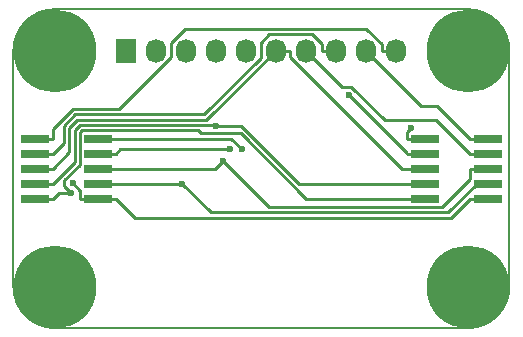
<source format=gtl>
G04 #@! TF.FileFunction,Copper,L1,Top,Signal*
%FSLAX46Y46*%
G04 Gerber Fmt 4.6, Leading zero omitted, Abs format (unit mm)*
G04 Created by KiCad (PCBNEW 4.0.2-stable) date 18/05/2016 22:29:57*
%MOMM*%
G01*
G04 APERTURE LIST*
%ADD10C,0.100000*%
%ADD11C,0.150000*%
%ADD12R,1.727200X2.032000*%
%ADD13O,1.727200X2.032000*%
%ADD14C,7.000000*%
%ADD15R,2.400000X0.760000*%
%ADD16C,0.600000*%
%ADD17C,0.250000*%
G04 APERTURE END LIST*
D10*
D11*
X1500000Y5000000D02*
G75*
G03X5000000Y1500000I3500000J0D01*
G01*
X1500000Y5000000D02*
X1500000Y25000000D01*
X40000000Y1500000D02*
X5000000Y1500000D01*
X43500000Y25000000D02*
X43500000Y5000000D01*
X5000000Y28500000D02*
X40000000Y28500000D01*
X43500000Y25000000D02*
G75*
G03X40000000Y28500000I-3500000J0D01*
G01*
X40000000Y1500000D02*
G75*
G03X43500000Y5000000I0J3500000D01*
G01*
X5000000Y28500000D02*
G75*
G03X1500000Y25000000I0J-3500000D01*
G01*
D12*
X11000000Y25000000D03*
D13*
X13540000Y25000000D03*
X16080000Y25000000D03*
X18620000Y25000000D03*
X21160000Y25000000D03*
X23700000Y25000000D03*
X26240000Y25000000D03*
X28780000Y25000000D03*
X31320000Y25000000D03*
X33860000Y25000000D03*
D14*
X5000000Y5000000D03*
X40000000Y5000000D03*
X5000000Y25000000D03*
X40000000Y25000000D03*
D15*
X36340000Y16270000D03*
X41660000Y16270000D03*
X36340000Y15000000D03*
X41660000Y15000000D03*
X41660000Y12460000D03*
X36340000Y12460000D03*
X41660000Y13730000D03*
X36340000Y13730000D03*
X36340000Y17540000D03*
X41660000Y17540000D03*
X3340000Y16270000D03*
X8660000Y16270000D03*
X3340000Y15000000D03*
X8660000Y15000000D03*
X8660000Y12460000D03*
X3340000Y12460000D03*
X8660000Y13730000D03*
X3340000Y13730000D03*
X3340000Y17540000D03*
X8660000Y17540000D03*
D16*
X29947500Y21196200D03*
X19878200Y16631800D03*
X19235300Y15681800D03*
X6511800Y13748400D03*
X6408800Y12930200D03*
X15814400Y13730000D03*
X18671700Y18645500D03*
X20831300Y16665500D03*
X35151100Y18437100D03*
D17*
X28780000Y25000000D02*
X27591100Y25000000D01*
X3340000Y16270000D02*
X4865300Y16270000D01*
X36340000Y16270000D02*
X34814700Y16270000D01*
X34814700Y16329000D02*
X29947500Y21196200D01*
X34814700Y16270000D02*
X34814700Y16329000D01*
X5783700Y17188400D02*
X4865300Y16270000D01*
X5783700Y18637500D02*
X5783700Y17188400D01*
X6745400Y19599200D02*
X5783700Y18637500D01*
X17628500Y19599200D02*
X6745400Y19599200D01*
X22430000Y24400700D02*
X17628500Y19599200D01*
X22430000Y25621600D02*
X22430000Y24400700D01*
X23168900Y26360500D02*
X22430000Y25621600D01*
X26750700Y26360500D02*
X23168900Y26360500D01*
X27591100Y25520100D02*
X26750700Y26360500D01*
X27591100Y25000000D02*
X27591100Y25520100D01*
X41660000Y16270000D02*
X40134700Y16270000D01*
X29331000Y21909000D02*
X26240000Y25000000D01*
X30119100Y21909000D02*
X29331000Y21909000D01*
X32948900Y19079200D02*
X30119100Y21909000D01*
X37325500Y19079200D02*
X32948900Y19079200D01*
X40134700Y16270000D02*
X37325500Y19079200D01*
X10547100Y16631800D02*
X19878200Y16631800D01*
X10185300Y16270000D02*
X10547100Y16631800D01*
X8660000Y16270000D02*
X10185300Y16270000D01*
X24888900Y24479900D02*
X24888900Y25000000D01*
X34368800Y15000000D02*
X24888900Y24479900D01*
X36340000Y15000000D02*
X34368800Y15000000D01*
X23700000Y25000000D02*
X24888900Y25000000D01*
X3340000Y15000000D02*
X4865300Y15000000D01*
X6234000Y16368700D02*
X4865300Y15000000D01*
X6234000Y18450900D02*
X6234000Y16368700D01*
X6932000Y19148900D02*
X6234000Y18450900D01*
X17848900Y19148900D02*
X6932000Y19148900D01*
X23700000Y25000000D02*
X17848900Y19148900D01*
X41660000Y15000000D02*
X40134700Y15000000D01*
X18553500Y15000000D02*
X8660000Y15000000D01*
X19235300Y15681800D02*
X18553500Y15000000D01*
X23162700Y11754400D02*
X19235300Y15681800D01*
X37760600Y11754400D02*
X23162700Y11754400D01*
X40134700Y14128500D02*
X37760600Y11754400D01*
X40134700Y15000000D02*
X40134700Y14128500D01*
X8660000Y12460000D02*
X7134700Y12460000D01*
X41660000Y12460000D02*
X40134700Y12460000D01*
X8660000Y12460000D02*
X10185300Y12460000D01*
X38528300Y10853600D02*
X40134700Y12460000D01*
X11791700Y10853600D02*
X38528300Y10853600D01*
X10185300Y12460000D02*
X11791700Y10853600D01*
X7134700Y13125500D02*
X6511800Y13748400D01*
X7134700Y12460000D02*
X7134700Y13125500D01*
X3340000Y12460000D02*
X4865300Y12460000D01*
X5335500Y12930200D02*
X6408800Y12930200D01*
X4865300Y12460000D02*
X5335500Y12930200D01*
X5831600Y13507400D02*
X6408800Y12930200D01*
X5831600Y13999600D02*
X5831600Y13507400D01*
X7134600Y15302600D02*
X5831600Y13999600D01*
X7134600Y18077700D02*
X7134600Y15302600D01*
X7305200Y18248300D02*
X7134600Y18077700D01*
X17135900Y18248300D02*
X7305200Y18248300D01*
X17364100Y18020100D02*
X17135900Y18248300D01*
X20741500Y18020100D02*
X17364100Y18020100D01*
X26301600Y12460000D02*
X20741500Y18020100D01*
X36340000Y12460000D02*
X26301600Y12460000D01*
X8660000Y13730000D02*
X15814400Y13730000D01*
X18240400Y11304000D02*
X15814400Y13730000D01*
X38341800Y11304000D02*
X18240400Y11304000D01*
X40767800Y13730000D02*
X38341800Y11304000D01*
X41660000Y13730000D02*
X40767800Y13730000D01*
X3340000Y13730000D02*
X4865300Y13730000D01*
X20753000Y18645500D02*
X18671700Y18645500D01*
X25668500Y13730000D02*
X20753000Y18645500D01*
X36340000Y13730000D02*
X25668500Y13730000D01*
X6684300Y15549000D02*
X4865300Y13730000D01*
X6684300Y18264300D02*
X6684300Y15549000D01*
X7118600Y18698600D02*
X6684300Y18264300D01*
X18618600Y18698600D02*
X7118600Y18698600D01*
X18671700Y18645500D02*
X18618600Y18698600D01*
X36048900Y20271100D02*
X31320000Y25000000D01*
X37403600Y20271100D02*
X36048900Y20271100D01*
X40134700Y17540000D02*
X37403600Y20271100D01*
X41660000Y17540000D02*
X40134700Y17540000D01*
X8660000Y17540000D02*
X10185300Y17540000D01*
X19956800Y17540000D02*
X10185300Y17540000D01*
X20831300Y16665500D02*
X19956800Y17540000D01*
X3340000Y17540000D02*
X4865300Y17540000D01*
X33860000Y25000000D02*
X32671100Y25000000D01*
X36340000Y17540000D02*
X34814700Y17540000D01*
X34814700Y18100700D02*
X35151100Y18437100D01*
X34814700Y17540000D02*
X34814700Y18100700D01*
X4865300Y18356000D02*
X4865300Y17540000D01*
X6558800Y20049500D02*
X4865300Y18356000D01*
X10424000Y20049500D02*
X6558800Y20049500D01*
X14810000Y24435500D02*
X10424000Y20049500D01*
X14810000Y25624000D02*
X14810000Y24435500D01*
X15996900Y26810900D02*
X14810000Y25624000D01*
X31380300Y26810900D02*
X15996900Y26810900D01*
X32671100Y25520100D02*
X31380300Y26810900D01*
X32671100Y25000000D02*
X32671100Y25520100D01*
M02*

</source>
